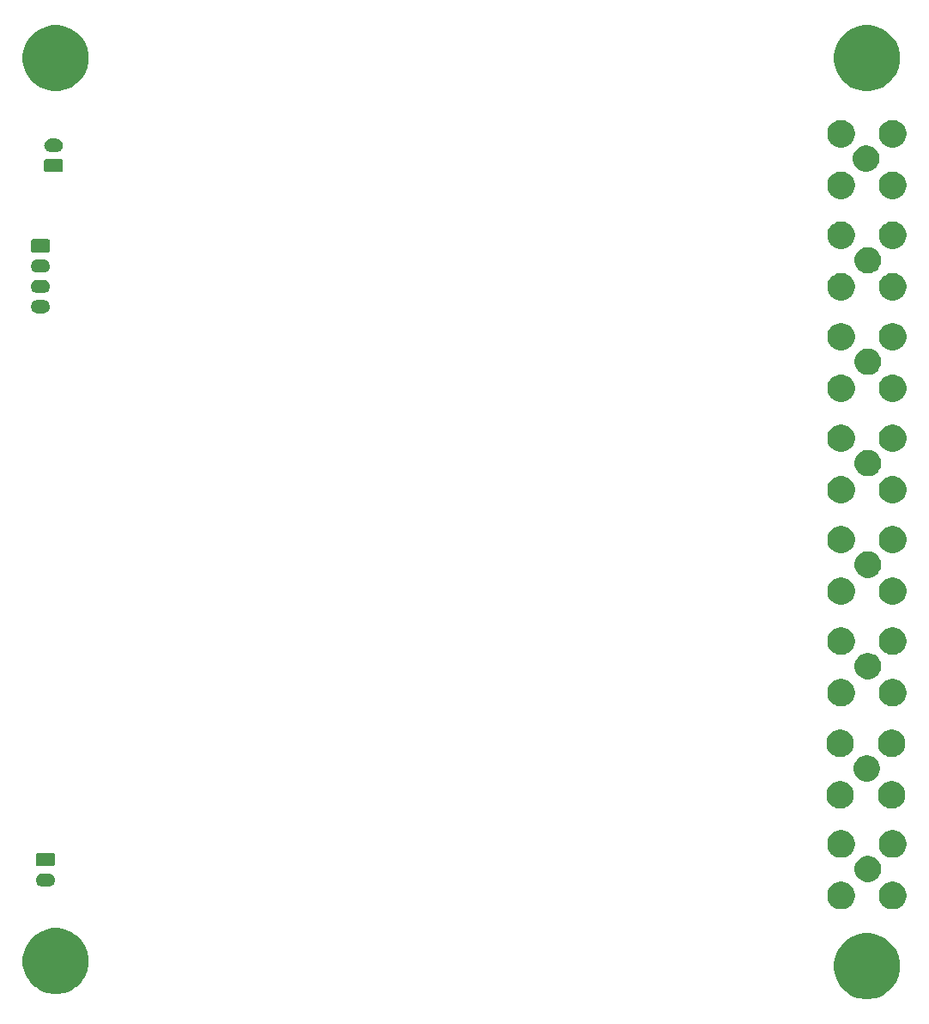
<source format=gbs>
G04 #@! TF.GenerationSoftware,KiCad,Pcbnew,(5.1.5-0)*
G04 #@! TF.CreationDate,2020-03-26T07:19:41-06:00*
G04 #@! TF.ProjectId,8ch_v3,3863685f-7633-42e6-9b69-6361645f7063,rev?*
G04 #@! TF.SameCoordinates,Original*
G04 #@! TF.FileFunction,Soldermask,Bot*
G04 #@! TF.FilePolarity,Negative*
%FSLAX46Y46*%
G04 Gerber Fmt 4.6, Leading zero omitted, Abs format (unit mm)*
G04 Created by KiCad (PCBNEW (5.1.5-0)) date 2020-03-26 07:19:41*
%MOMM*%
%LPD*%
G04 APERTURE LIST*
%ADD10C,0.100000*%
G04 APERTURE END LIST*
D10*
G36*
X225634239Y-126311467D02*
G01*
X225948282Y-126373934D01*
X226539926Y-126619001D01*
X226851758Y-126827361D01*
X227072391Y-126974783D01*
X227525217Y-127427609D01*
X227550490Y-127465433D01*
X227880999Y-127960074D01*
X228126066Y-128551718D01*
X228251000Y-129179804D01*
X228251000Y-129820196D01*
X228126066Y-130448282D01*
X227880999Y-131039926D01*
X227663504Y-131365430D01*
X227556738Y-131525217D01*
X227525216Y-131572392D01*
X227072392Y-132025216D01*
X226539926Y-132380999D01*
X225948282Y-132626066D01*
X225634239Y-132688533D01*
X225320197Y-132751000D01*
X224679803Y-132751000D01*
X224365761Y-132688533D01*
X224051718Y-132626066D01*
X223460074Y-132380999D01*
X222927608Y-132025216D01*
X222474784Y-131572392D01*
X222443263Y-131525217D01*
X222336496Y-131365430D01*
X222119001Y-131039926D01*
X221873934Y-130448282D01*
X221749000Y-129820196D01*
X221749000Y-129179804D01*
X221873934Y-128551718D01*
X222119001Y-127960074D01*
X222449510Y-127465433D01*
X222474783Y-127427609D01*
X222927609Y-126974783D01*
X223148242Y-126827361D01*
X223460074Y-126619001D01*
X224051718Y-126373934D01*
X224365761Y-126311467D01*
X224679803Y-126249000D01*
X225320197Y-126249000D01*
X225634239Y-126311467D01*
G37*
G36*
X145634239Y-125811467D02*
G01*
X145948282Y-125873934D01*
X146539926Y-126119001D01*
X146924927Y-126376251D01*
X147072391Y-126474783D01*
X147525217Y-126927609D01*
X147556738Y-126974784D01*
X147880999Y-127460074D01*
X148126066Y-128051718D01*
X148251000Y-128679804D01*
X148251000Y-129320196D01*
X148126066Y-129948282D01*
X147880999Y-130539926D01*
X147626503Y-130920805D01*
X147525217Y-131072391D01*
X147072391Y-131525217D01*
X146966477Y-131595986D01*
X146539926Y-131880999D01*
X145948282Y-132126066D01*
X145634239Y-132188533D01*
X145320197Y-132251000D01*
X144679803Y-132251000D01*
X144365761Y-132188533D01*
X144051718Y-132126066D01*
X143460074Y-131880999D01*
X143033523Y-131595986D01*
X142927609Y-131525217D01*
X142474783Y-131072391D01*
X142373497Y-130920805D01*
X142119001Y-130539926D01*
X141873934Y-129948282D01*
X141749000Y-129320196D01*
X141749000Y-128679804D01*
X141873934Y-128051718D01*
X142119001Y-127460074D01*
X142443262Y-126974784D01*
X142474783Y-126927609D01*
X142927609Y-126474783D01*
X143075073Y-126376251D01*
X143460074Y-126119001D01*
X144051718Y-125873934D01*
X144365761Y-125811467D01*
X144679803Y-125749000D01*
X145320197Y-125749000D01*
X145634239Y-125811467D01*
G37*
G36*
X227859074Y-121226000D02*
G01*
X227934072Y-121240918D01*
X228179939Y-121342759D01*
X228401212Y-121490610D01*
X228589390Y-121678788D01*
X228737241Y-121900061D01*
X228839082Y-122145928D01*
X228891000Y-122406938D01*
X228891000Y-122673062D01*
X228839082Y-122934072D01*
X228737241Y-123179939D01*
X228589390Y-123401212D01*
X228401212Y-123589390D01*
X228179939Y-123737241D01*
X228179938Y-123737242D01*
X228179937Y-123737242D01*
X227934072Y-123839082D01*
X227673063Y-123891000D01*
X227406937Y-123891000D01*
X227145928Y-123839082D01*
X226900063Y-123737242D01*
X226900062Y-123737242D01*
X226900061Y-123737241D01*
X226678788Y-123589390D01*
X226490610Y-123401212D01*
X226342759Y-123179939D01*
X226240918Y-122934072D01*
X226189000Y-122673062D01*
X226189000Y-122406938D01*
X226240918Y-122145928D01*
X226342759Y-121900061D01*
X226490610Y-121678788D01*
X226678788Y-121490610D01*
X226900061Y-121342759D01*
X227145928Y-121240918D01*
X227220926Y-121226000D01*
X227406937Y-121189000D01*
X227673063Y-121189000D01*
X227859074Y-121226000D01*
G37*
G36*
X222779074Y-121226000D02*
G01*
X222854072Y-121240918D01*
X223099939Y-121342759D01*
X223321212Y-121490610D01*
X223509390Y-121678788D01*
X223657241Y-121900061D01*
X223759082Y-122145928D01*
X223811000Y-122406938D01*
X223811000Y-122673062D01*
X223759082Y-122934072D01*
X223657241Y-123179939D01*
X223509390Y-123401212D01*
X223321212Y-123589390D01*
X223099939Y-123737241D01*
X223099938Y-123737242D01*
X223099937Y-123737242D01*
X222854072Y-123839082D01*
X222593063Y-123891000D01*
X222326937Y-123891000D01*
X222065928Y-123839082D01*
X221820063Y-123737242D01*
X221820062Y-123737242D01*
X221820061Y-123737241D01*
X221598788Y-123589390D01*
X221410610Y-123401212D01*
X221262759Y-123179939D01*
X221160918Y-122934072D01*
X221109000Y-122673062D01*
X221109000Y-122406938D01*
X221160918Y-122145928D01*
X221262759Y-121900061D01*
X221410610Y-121678788D01*
X221598788Y-121490610D01*
X221820061Y-121342759D01*
X222065928Y-121240918D01*
X222140926Y-121226000D01*
X222326937Y-121189000D01*
X222593063Y-121189000D01*
X222779074Y-121226000D01*
G37*
G36*
X144338855Y-120352140D02*
G01*
X144402618Y-120358420D01*
X144493404Y-120385960D01*
X144525336Y-120395646D01*
X144638425Y-120456094D01*
X144737554Y-120537446D01*
X144818906Y-120636575D01*
X144879354Y-120749664D01*
X144879355Y-120749668D01*
X144916580Y-120872382D01*
X144929149Y-121000000D01*
X144916580Y-121127618D01*
X144901902Y-121176004D01*
X144879354Y-121250336D01*
X144818906Y-121363425D01*
X144737554Y-121462554D01*
X144638425Y-121543906D01*
X144525336Y-121604354D01*
X144493404Y-121614040D01*
X144402618Y-121641580D01*
X144338855Y-121647860D01*
X144306974Y-121651000D01*
X143693026Y-121651000D01*
X143661145Y-121647860D01*
X143597382Y-121641580D01*
X143506596Y-121614040D01*
X143474664Y-121604354D01*
X143361575Y-121543906D01*
X143262446Y-121462554D01*
X143181094Y-121363425D01*
X143120646Y-121250336D01*
X143098098Y-121176004D01*
X143083420Y-121127618D01*
X143070851Y-121000000D01*
X143083420Y-120872382D01*
X143120645Y-120749668D01*
X143120646Y-120749664D01*
X143181094Y-120636575D01*
X143262446Y-120537446D01*
X143361575Y-120456094D01*
X143474664Y-120395646D01*
X143506596Y-120385960D01*
X143597382Y-120358420D01*
X143661145Y-120352140D01*
X143693026Y-120349000D01*
X144306974Y-120349000D01*
X144338855Y-120352140D01*
G37*
G36*
X225479487Y-118673996D02*
G01*
X225684902Y-118759082D01*
X225716255Y-118772069D01*
X225774519Y-118811000D01*
X225929339Y-118914447D01*
X226110553Y-119095661D01*
X226252932Y-119308747D01*
X226351004Y-119545513D01*
X226401000Y-119796861D01*
X226401000Y-120053139D01*
X226351004Y-120304487D01*
X226252932Y-120541253D01*
X226252931Y-120541255D01*
X226110553Y-120754339D01*
X225929339Y-120935553D01*
X225716255Y-121077931D01*
X225716254Y-121077932D01*
X225716253Y-121077932D01*
X225479487Y-121176004D01*
X225228139Y-121226000D01*
X224971861Y-121226000D01*
X224720513Y-121176004D01*
X224483747Y-121077932D01*
X224483746Y-121077932D01*
X224483745Y-121077931D01*
X224270661Y-120935553D01*
X224089447Y-120754339D01*
X223947069Y-120541255D01*
X223947068Y-120541253D01*
X223848996Y-120304487D01*
X223799000Y-120053139D01*
X223799000Y-119796861D01*
X223848996Y-119545513D01*
X223947068Y-119308747D01*
X224089447Y-119095661D01*
X224270661Y-118914447D01*
X224425481Y-118811000D01*
X224483745Y-118772069D01*
X224515098Y-118759082D01*
X224720513Y-118673996D01*
X224971861Y-118624000D01*
X225228139Y-118624000D01*
X225479487Y-118673996D01*
G37*
G36*
X144766242Y-118353404D02*
G01*
X144803337Y-118364657D01*
X144837515Y-118382925D01*
X144867481Y-118407519D01*
X144892075Y-118437485D01*
X144910343Y-118471663D01*
X144921596Y-118508758D01*
X144926000Y-118553474D01*
X144926000Y-119446526D01*
X144921596Y-119491242D01*
X144910343Y-119528337D01*
X144892075Y-119562515D01*
X144867481Y-119592481D01*
X144837515Y-119617075D01*
X144803337Y-119635343D01*
X144766242Y-119646596D01*
X144721526Y-119651000D01*
X143278474Y-119651000D01*
X143233758Y-119646596D01*
X143196663Y-119635343D01*
X143162485Y-119617075D01*
X143132519Y-119592481D01*
X143107925Y-119562515D01*
X143089657Y-119528337D01*
X143078404Y-119491242D01*
X143074000Y-119446526D01*
X143074000Y-118553474D01*
X143078404Y-118508758D01*
X143089657Y-118471663D01*
X143107925Y-118437485D01*
X143132519Y-118407519D01*
X143162485Y-118382925D01*
X143196663Y-118364657D01*
X143233758Y-118353404D01*
X143278474Y-118349000D01*
X144721526Y-118349000D01*
X144766242Y-118353404D01*
G37*
G36*
X222854072Y-116160918D02*
G01*
X223099939Y-116262759D01*
X223321212Y-116410610D01*
X223509390Y-116598788D01*
X223657241Y-116820061D01*
X223759082Y-117065928D01*
X223811000Y-117326938D01*
X223811000Y-117593062D01*
X223759082Y-117854072D01*
X223657241Y-118099939D01*
X223509390Y-118321212D01*
X223321212Y-118509390D01*
X223099939Y-118657241D01*
X223099938Y-118657242D01*
X223099937Y-118657242D01*
X222854072Y-118759082D01*
X222593063Y-118811000D01*
X222326937Y-118811000D01*
X222065928Y-118759082D01*
X221820063Y-118657242D01*
X221820062Y-118657242D01*
X221820061Y-118657241D01*
X221598788Y-118509390D01*
X221410610Y-118321212D01*
X221262759Y-118099939D01*
X221160918Y-117854072D01*
X221109000Y-117593062D01*
X221109000Y-117326938D01*
X221160918Y-117065928D01*
X221262759Y-116820061D01*
X221410610Y-116598788D01*
X221598788Y-116410610D01*
X221820061Y-116262759D01*
X222065928Y-116160918D01*
X222326937Y-116109000D01*
X222593063Y-116109000D01*
X222854072Y-116160918D01*
G37*
G36*
X227934072Y-116160918D02*
G01*
X228179939Y-116262759D01*
X228401212Y-116410610D01*
X228589390Y-116598788D01*
X228737241Y-116820061D01*
X228839082Y-117065928D01*
X228891000Y-117326938D01*
X228891000Y-117593062D01*
X228839082Y-117854072D01*
X228737241Y-118099939D01*
X228589390Y-118321212D01*
X228401212Y-118509390D01*
X228179939Y-118657241D01*
X228179938Y-118657242D01*
X228179937Y-118657242D01*
X227934072Y-118759082D01*
X227673063Y-118811000D01*
X227406937Y-118811000D01*
X227145928Y-118759082D01*
X226900063Y-118657242D01*
X226900062Y-118657242D01*
X226900061Y-118657241D01*
X226678788Y-118509390D01*
X226490610Y-118321212D01*
X226342759Y-118099939D01*
X226240918Y-117854072D01*
X226189000Y-117593062D01*
X226189000Y-117326938D01*
X226240918Y-117065928D01*
X226342759Y-116820061D01*
X226490610Y-116598788D01*
X226678788Y-116410610D01*
X226900061Y-116262759D01*
X227145928Y-116160918D01*
X227406937Y-116109000D01*
X227673063Y-116109000D01*
X227934072Y-116160918D01*
G37*
G36*
X227759074Y-111301000D02*
G01*
X227834072Y-111315918D01*
X228079939Y-111417759D01*
X228301212Y-111565610D01*
X228489390Y-111753788D01*
X228637241Y-111975061D01*
X228739082Y-112220928D01*
X228791000Y-112481938D01*
X228791000Y-112748062D01*
X228739082Y-113009072D01*
X228637241Y-113254939D01*
X228489390Y-113476212D01*
X228301212Y-113664390D01*
X228079939Y-113812241D01*
X228079938Y-113812242D01*
X228079937Y-113812242D01*
X227834072Y-113914082D01*
X227573063Y-113966000D01*
X227306937Y-113966000D01*
X227045928Y-113914082D01*
X226800063Y-113812242D01*
X226800062Y-113812242D01*
X226800061Y-113812241D01*
X226578788Y-113664390D01*
X226390610Y-113476212D01*
X226242759Y-113254939D01*
X226140918Y-113009072D01*
X226089000Y-112748062D01*
X226089000Y-112481938D01*
X226140918Y-112220928D01*
X226242759Y-111975061D01*
X226390610Y-111753788D01*
X226578788Y-111565610D01*
X226800061Y-111417759D01*
X227045928Y-111315918D01*
X227120926Y-111301000D01*
X227306937Y-111264000D01*
X227573063Y-111264000D01*
X227759074Y-111301000D01*
G37*
G36*
X222679074Y-111301000D02*
G01*
X222754072Y-111315918D01*
X222999939Y-111417759D01*
X223221212Y-111565610D01*
X223409390Y-111753788D01*
X223557241Y-111975061D01*
X223659082Y-112220928D01*
X223711000Y-112481938D01*
X223711000Y-112748062D01*
X223659082Y-113009072D01*
X223557241Y-113254939D01*
X223409390Y-113476212D01*
X223221212Y-113664390D01*
X222999939Y-113812241D01*
X222999938Y-113812242D01*
X222999937Y-113812242D01*
X222754072Y-113914082D01*
X222493063Y-113966000D01*
X222226937Y-113966000D01*
X221965928Y-113914082D01*
X221720063Y-113812242D01*
X221720062Y-113812242D01*
X221720061Y-113812241D01*
X221498788Y-113664390D01*
X221310610Y-113476212D01*
X221162759Y-113254939D01*
X221060918Y-113009072D01*
X221009000Y-112748062D01*
X221009000Y-112481938D01*
X221060918Y-112220928D01*
X221162759Y-111975061D01*
X221310610Y-111753788D01*
X221498788Y-111565610D01*
X221720061Y-111417759D01*
X221965928Y-111315918D01*
X222040926Y-111301000D01*
X222226937Y-111264000D01*
X222493063Y-111264000D01*
X222679074Y-111301000D01*
G37*
G36*
X225379487Y-108748996D02*
G01*
X225584902Y-108834082D01*
X225616255Y-108847069D01*
X225674519Y-108886000D01*
X225829339Y-108989447D01*
X226010553Y-109170661D01*
X226152932Y-109383747D01*
X226251004Y-109620513D01*
X226301000Y-109871861D01*
X226301000Y-110128139D01*
X226251004Y-110379487D01*
X226152932Y-110616253D01*
X226152931Y-110616255D01*
X226010553Y-110829339D01*
X225829339Y-111010553D01*
X225616255Y-111152931D01*
X225616254Y-111152932D01*
X225616253Y-111152932D01*
X225379487Y-111251004D01*
X225128139Y-111301000D01*
X224871861Y-111301000D01*
X224620513Y-111251004D01*
X224383747Y-111152932D01*
X224383746Y-111152932D01*
X224383745Y-111152931D01*
X224170661Y-111010553D01*
X223989447Y-110829339D01*
X223847069Y-110616255D01*
X223847068Y-110616253D01*
X223748996Y-110379487D01*
X223699000Y-110128139D01*
X223699000Y-109871861D01*
X223748996Y-109620513D01*
X223847068Y-109383747D01*
X223989447Y-109170661D01*
X224170661Y-108989447D01*
X224325481Y-108886000D01*
X224383745Y-108847069D01*
X224415098Y-108834082D01*
X224620513Y-108748996D01*
X224871861Y-108699000D01*
X225128139Y-108699000D01*
X225379487Y-108748996D01*
G37*
G36*
X222754072Y-106235918D02*
G01*
X222999939Y-106337759D01*
X223221212Y-106485610D01*
X223409390Y-106673788D01*
X223557241Y-106895061D01*
X223659082Y-107140928D01*
X223711000Y-107401938D01*
X223711000Y-107668062D01*
X223659082Y-107929072D01*
X223557241Y-108174939D01*
X223409390Y-108396212D01*
X223221212Y-108584390D01*
X222999939Y-108732241D01*
X222999938Y-108732242D01*
X222999937Y-108732242D01*
X222754072Y-108834082D01*
X222493063Y-108886000D01*
X222226937Y-108886000D01*
X221965928Y-108834082D01*
X221720063Y-108732242D01*
X221720062Y-108732242D01*
X221720061Y-108732241D01*
X221498788Y-108584390D01*
X221310610Y-108396212D01*
X221162759Y-108174939D01*
X221060918Y-107929072D01*
X221009000Y-107668062D01*
X221009000Y-107401938D01*
X221060918Y-107140928D01*
X221162759Y-106895061D01*
X221310610Y-106673788D01*
X221498788Y-106485610D01*
X221720061Y-106337759D01*
X221965928Y-106235918D01*
X222226937Y-106184000D01*
X222493063Y-106184000D01*
X222754072Y-106235918D01*
G37*
G36*
X227834072Y-106235918D02*
G01*
X228079939Y-106337759D01*
X228301212Y-106485610D01*
X228489390Y-106673788D01*
X228637241Y-106895061D01*
X228739082Y-107140928D01*
X228791000Y-107401938D01*
X228791000Y-107668062D01*
X228739082Y-107929072D01*
X228637241Y-108174939D01*
X228489390Y-108396212D01*
X228301212Y-108584390D01*
X228079939Y-108732241D01*
X228079938Y-108732242D01*
X228079937Y-108732242D01*
X227834072Y-108834082D01*
X227573063Y-108886000D01*
X227306937Y-108886000D01*
X227045928Y-108834082D01*
X226800063Y-108732242D01*
X226800062Y-108732242D01*
X226800061Y-108732241D01*
X226578788Y-108584390D01*
X226390610Y-108396212D01*
X226242759Y-108174939D01*
X226140918Y-107929072D01*
X226089000Y-107668062D01*
X226089000Y-107401938D01*
X226140918Y-107140928D01*
X226242759Y-106895061D01*
X226390610Y-106673788D01*
X226578788Y-106485610D01*
X226800061Y-106337759D01*
X227045928Y-106235918D01*
X227306937Y-106184000D01*
X227573063Y-106184000D01*
X227834072Y-106235918D01*
G37*
G36*
X222779074Y-101226000D02*
G01*
X222854072Y-101240918D01*
X223099939Y-101342759D01*
X223321212Y-101490610D01*
X223509390Y-101678788D01*
X223657241Y-101900061D01*
X223759082Y-102145928D01*
X223811000Y-102406938D01*
X223811000Y-102673062D01*
X223759082Y-102934072D01*
X223657241Y-103179939D01*
X223509390Y-103401212D01*
X223321212Y-103589390D01*
X223099939Y-103737241D01*
X223099938Y-103737242D01*
X223099937Y-103737242D01*
X222854072Y-103839082D01*
X222593063Y-103891000D01*
X222326937Y-103891000D01*
X222065928Y-103839082D01*
X221820063Y-103737242D01*
X221820062Y-103737242D01*
X221820061Y-103737241D01*
X221598788Y-103589390D01*
X221410610Y-103401212D01*
X221262759Y-103179939D01*
X221160918Y-102934072D01*
X221109000Y-102673062D01*
X221109000Y-102406938D01*
X221160918Y-102145928D01*
X221262759Y-101900061D01*
X221410610Y-101678788D01*
X221598788Y-101490610D01*
X221820061Y-101342759D01*
X222065928Y-101240918D01*
X222140926Y-101226000D01*
X222326937Y-101189000D01*
X222593063Y-101189000D01*
X222779074Y-101226000D01*
G37*
G36*
X227859074Y-101226000D02*
G01*
X227934072Y-101240918D01*
X228179939Y-101342759D01*
X228401212Y-101490610D01*
X228589390Y-101678788D01*
X228737241Y-101900061D01*
X228839082Y-102145928D01*
X228891000Y-102406938D01*
X228891000Y-102673062D01*
X228839082Y-102934072D01*
X228737241Y-103179939D01*
X228589390Y-103401212D01*
X228401212Y-103589390D01*
X228179939Y-103737241D01*
X228179938Y-103737242D01*
X228179937Y-103737242D01*
X227934072Y-103839082D01*
X227673063Y-103891000D01*
X227406937Y-103891000D01*
X227145928Y-103839082D01*
X226900063Y-103737242D01*
X226900062Y-103737242D01*
X226900061Y-103737241D01*
X226678788Y-103589390D01*
X226490610Y-103401212D01*
X226342759Y-103179939D01*
X226240918Y-102934072D01*
X226189000Y-102673062D01*
X226189000Y-102406938D01*
X226240918Y-102145928D01*
X226342759Y-101900061D01*
X226490610Y-101678788D01*
X226678788Y-101490610D01*
X226900061Y-101342759D01*
X227145928Y-101240918D01*
X227220926Y-101226000D01*
X227406937Y-101189000D01*
X227673063Y-101189000D01*
X227859074Y-101226000D01*
G37*
G36*
X225479487Y-98673996D02*
G01*
X225684902Y-98759082D01*
X225716255Y-98772069D01*
X225774519Y-98811000D01*
X225929339Y-98914447D01*
X226110553Y-99095661D01*
X226252932Y-99308747D01*
X226351004Y-99545513D01*
X226401000Y-99796861D01*
X226401000Y-100053139D01*
X226351004Y-100304487D01*
X226252932Y-100541253D01*
X226252931Y-100541255D01*
X226110553Y-100754339D01*
X225929339Y-100935553D01*
X225716255Y-101077931D01*
X225716254Y-101077932D01*
X225716253Y-101077932D01*
X225479487Y-101176004D01*
X225228139Y-101226000D01*
X224971861Y-101226000D01*
X224720513Y-101176004D01*
X224483747Y-101077932D01*
X224483746Y-101077932D01*
X224483745Y-101077931D01*
X224270661Y-100935553D01*
X224089447Y-100754339D01*
X223947069Y-100541255D01*
X223947068Y-100541253D01*
X223848996Y-100304487D01*
X223799000Y-100053139D01*
X223799000Y-99796861D01*
X223848996Y-99545513D01*
X223947068Y-99308747D01*
X224089447Y-99095661D01*
X224270661Y-98914447D01*
X224425481Y-98811000D01*
X224483745Y-98772069D01*
X224515098Y-98759082D01*
X224720513Y-98673996D01*
X224971861Y-98624000D01*
X225228139Y-98624000D01*
X225479487Y-98673996D01*
G37*
G36*
X227934072Y-96160918D02*
G01*
X228179939Y-96262759D01*
X228401212Y-96410610D01*
X228589390Y-96598788D01*
X228737241Y-96820061D01*
X228839082Y-97065928D01*
X228891000Y-97326938D01*
X228891000Y-97593062D01*
X228839082Y-97854072D01*
X228737241Y-98099939D01*
X228589390Y-98321212D01*
X228401212Y-98509390D01*
X228179939Y-98657241D01*
X228179938Y-98657242D01*
X228179937Y-98657242D01*
X227934072Y-98759082D01*
X227673063Y-98811000D01*
X227406937Y-98811000D01*
X227145928Y-98759082D01*
X226900063Y-98657242D01*
X226900062Y-98657242D01*
X226900061Y-98657241D01*
X226678788Y-98509390D01*
X226490610Y-98321212D01*
X226342759Y-98099939D01*
X226240918Y-97854072D01*
X226189000Y-97593062D01*
X226189000Y-97326938D01*
X226240918Y-97065928D01*
X226342759Y-96820061D01*
X226490610Y-96598788D01*
X226678788Y-96410610D01*
X226900061Y-96262759D01*
X227145928Y-96160918D01*
X227406937Y-96109000D01*
X227673063Y-96109000D01*
X227934072Y-96160918D01*
G37*
G36*
X222854072Y-96160918D02*
G01*
X223099939Y-96262759D01*
X223321212Y-96410610D01*
X223509390Y-96598788D01*
X223657241Y-96820061D01*
X223759082Y-97065928D01*
X223811000Y-97326938D01*
X223811000Y-97593062D01*
X223759082Y-97854072D01*
X223657241Y-98099939D01*
X223509390Y-98321212D01*
X223321212Y-98509390D01*
X223099939Y-98657241D01*
X223099938Y-98657242D01*
X223099937Y-98657242D01*
X222854072Y-98759082D01*
X222593063Y-98811000D01*
X222326937Y-98811000D01*
X222065928Y-98759082D01*
X221820063Y-98657242D01*
X221820062Y-98657242D01*
X221820061Y-98657241D01*
X221598788Y-98509390D01*
X221410610Y-98321212D01*
X221262759Y-98099939D01*
X221160918Y-97854072D01*
X221109000Y-97593062D01*
X221109000Y-97326938D01*
X221160918Y-97065928D01*
X221262759Y-96820061D01*
X221410610Y-96598788D01*
X221598788Y-96410610D01*
X221820061Y-96262759D01*
X222065928Y-96160918D01*
X222326937Y-96109000D01*
X222593063Y-96109000D01*
X222854072Y-96160918D01*
G37*
G36*
X227859074Y-91226000D02*
G01*
X227934072Y-91240918D01*
X228179939Y-91342759D01*
X228401212Y-91490610D01*
X228589390Y-91678788D01*
X228737241Y-91900061D01*
X228839082Y-92145928D01*
X228891000Y-92406938D01*
X228891000Y-92673062D01*
X228839082Y-92934072D01*
X228737241Y-93179939D01*
X228589390Y-93401212D01*
X228401212Y-93589390D01*
X228179939Y-93737241D01*
X228179938Y-93737242D01*
X228179937Y-93737242D01*
X227934072Y-93839082D01*
X227673063Y-93891000D01*
X227406937Y-93891000D01*
X227145928Y-93839082D01*
X226900063Y-93737242D01*
X226900062Y-93737242D01*
X226900061Y-93737241D01*
X226678788Y-93589390D01*
X226490610Y-93401212D01*
X226342759Y-93179939D01*
X226240918Y-92934072D01*
X226189000Y-92673062D01*
X226189000Y-92406938D01*
X226240918Y-92145928D01*
X226342759Y-91900061D01*
X226490610Y-91678788D01*
X226678788Y-91490610D01*
X226900061Y-91342759D01*
X227145928Y-91240918D01*
X227220926Y-91226000D01*
X227406937Y-91189000D01*
X227673063Y-91189000D01*
X227859074Y-91226000D01*
G37*
G36*
X222779074Y-91226000D02*
G01*
X222854072Y-91240918D01*
X223099939Y-91342759D01*
X223321212Y-91490610D01*
X223509390Y-91678788D01*
X223657241Y-91900061D01*
X223759082Y-92145928D01*
X223811000Y-92406938D01*
X223811000Y-92673062D01*
X223759082Y-92934072D01*
X223657241Y-93179939D01*
X223509390Y-93401212D01*
X223321212Y-93589390D01*
X223099939Y-93737241D01*
X223099938Y-93737242D01*
X223099937Y-93737242D01*
X222854072Y-93839082D01*
X222593063Y-93891000D01*
X222326937Y-93891000D01*
X222065928Y-93839082D01*
X221820063Y-93737242D01*
X221820062Y-93737242D01*
X221820061Y-93737241D01*
X221598788Y-93589390D01*
X221410610Y-93401212D01*
X221262759Y-93179939D01*
X221160918Y-92934072D01*
X221109000Y-92673062D01*
X221109000Y-92406938D01*
X221160918Y-92145928D01*
X221262759Y-91900061D01*
X221410610Y-91678788D01*
X221598788Y-91490610D01*
X221820061Y-91342759D01*
X222065928Y-91240918D01*
X222140926Y-91226000D01*
X222326937Y-91189000D01*
X222593063Y-91189000D01*
X222779074Y-91226000D01*
G37*
G36*
X225479487Y-88673996D02*
G01*
X225684902Y-88759082D01*
X225716255Y-88772069D01*
X225774519Y-88811000D01*
X225929339Y-88914447D01*
X226110553Y-89095661D01*
X226252932Y-89308747D01*
X226351004Y-89545513D01*
X226401000Y-89796861D01*
X226401000Y-90053139D01*
X226351004Y-90304487D01*
X226252932Y-90541253D01*
X226252931Y-90541255D01*
X226110553Y-90754339D01*
X225929339Y-90935553D01*
X225716255Y-91077931D01*
X225716254Y-91077932D01*
X225716253Y-91077932D01*
X225479487Y-91176004D01*
X225228139Y-91226000D01*
X224971861Y-91226000D01*
X224720513Y-91176004D01*
X224483747Y-91077932D01*
X224483746Y-91077932D01*
X224483745Y-91077931D01*
X224270661Y-90935553D01*
X224089447Y-90754339D01*
X223947069Y-90541255D01*
X223947068Y-90541253D01*
X223848996Y-90304487D01*
X223799000Y-90053139D01*
X223799000Y-89796861D01*
X223848996Y-89545513D01*
X223947068Y-89308747D01*
X224089447Y-89095661D01*
X224270661Y-88914447D01*
X224425481Y-88811000D01*
X224483745Y-88772069D01*
X224515098Y-88759082D01*
X224720513Y-88673996D01*
X224971861Y-88624000D01*
X225228139Y-88624000D01*
X225479487Y-88673996D01*
G37*
G36*
X222854072Y-86160918D02*
G01*
X223099939Y-86262759D01*
X223321212Y-86410610D01*
X223509390Y-86598788D01*
X223657241Y-86820061D01*
X223759082Y-87065928D01*
X223811000Y-87326938D01*
X223811000Y-87593062D01*
X223759082Y-87854072D01*
X223657241Y-88099939D01*
X223509390Y-88321212D01*
X223321212Y-88509390D01*
X223099939Y-88657241D01*
X223099938Y-88657242D01*
X223099937Y-88657242D01*
X222854072Y-88759082D01*
X222593063Y-88811000D01*
X222326937Y-88811000D01*
X222065928Y-88759082D01*
X221820063Y-88657242D01*
X221820062Y-88657242D01*
X221820061Y-88657241D01*
X221598788Y-88509390D01*
X221410610Y-88321212D01*
X221262759Y-88099939D01*
X221160918Y-87854072D01*
X221109000Y-87593062D01*
X221109000Y-87326938D01*
X221160918Y-87065928D01*
X221262759Y-86820061D01*
X221410610Y-86598788D01*
X221598788Y-86410610D01*
X221820061Y-86262759D01*
X222065928Y-86160918D01*
X222326937Y-86109000D01*
X222593063Y-86109000D01*
X222854072Y-86160918D01*
G37*
G36*
X227934072Y-86160918D02*
G01*
X228179939Y-86262759D01*
X228401212Y-86410610D01*
X228589390Y-86598788D01*
X228737241Y-86820061D01*
X228839082Y-87065928D01*
X228891000Y-87326938D01*
X228891000Y-87593062D01*
X228839082Y-87854072D01*
X228737241Y-88099939D01*
X228589390Y-88321212D01*
X228401212Y-88509390D01*
X228179939Y-88657241D01*
X228179938Y-88657242D01*
X228179937Y-88657242D01*
X227934072Y-88759082D01*
X227673063Y-88811000D01*
X227406937Y-88811000D01*
X227145928Y-88759082D01*
X226900063Y-88657242D01*
X226900062Y-88657242D01*
X226900061Y-88657241D01*
X226678788Y-88509390D01*
X226490610Y-88321212D01*
X226342759Y-88099939D01*
X226240918Y-87854072D01*
X226189000Y-87593062D01*
X226189000Y-87326938D01*
X226240918Y-87065928D01*
X226342759Y-86820061D01*
X226490610Y-86598788D01*
X226678788Y-86410610D01*
X226900061Y-86262759D01*
X227145928Y-86160918D01*
X227406937Y-86109000D01*
X227673063Y-86109000D01*
X227934072Y-86160918D01*
G37*
G36*
X222779074Y-81226000D02*
G01*
X222854072Y-81240918D01*
X223099939Y-81342759D01*
X223321212Y-81490610D01*
X223509390Y-81678788D01*
X223657241Y-81900061D01*
X223759082Y-82145928D01*
X223811000Y-82406938D01*
X223811000Y-82673062D01*
X223759082Y-82934072D01*
X223657241Y-83179939D01*
X223509390Y-83401212D01*
X223321212Y-83589390D01*
X223099939Y-83737241D01*
X223099938Y-83737242D01*
X223099937Y-83737242D01*
X222854072Y-83839082D01*
X222593063Y-83891000D01*
X222326937Y-83891000D01*
X222065928Y-83839082D01*
X221820063Y-83737242D01*
X221820062Y-83737242D01*
X221820061Y-83737241D01*
X221598788Y-83589390D01*
X221410610Y-83401212D01*
X221262759Y-83179939D01*
X221160918Y-82934072D01*
X221109000Y-82673062D01*
X221109000Y-82406938D01*
X221160918Y-82145928D01*
X221262759Y-81900061D01*
X221410610Y-81678788D01*
X221598788Y-81490610D01*
X221820061Y-81342759D01*
X222065928Y-81240918D01*
X222140926Y-81226000D01*
X222326937Y-81189000D01*
X222593063Y-81189000D01*
X222779074Y-81226000D01*
G37*
G36*
X227859074Y-81226000D02*
G01*
X227934072Y-81240918D01*
X228179939Y-81342759D01*
X228401212Y-81490610D01*
X228589390Y-81678788D01*
X228737241Y-81900061D01*
X228839082Y-82145928D01*
X228891000Y-82406938D01*
X228891000Y-82673062D01*
X228839082Y-82934072D01*
X228737241Y-83179939D01*
X228589390Y-83401212D01*
X228401212Y-83589390D01*
X228179939Y-83737241D01*
X228179938Y-83737242D01*
X228179937Y-83737242D01*
X227934072Y-83839082D01*
X227673063Y-83891000D01*
X227406937Y-83891000D01*
X227145928Y-83839082D01*
X226900063Y-83737242D01*
X226900062Y-83737242D01*
X226900061Y-83737241D01*
X226678788Y-83589390D01*
X226490610Y-83401212D01*
X226342759Y-83179939D01*
X226240918Y-82934072D01*
X226189000Y-82673062D01*
X226189000Y-82406938D01*
X226240918Y-82145928D01*
X226342759Y-81900061D01*
X226490610Y-81678788D01*
X226678788Y-81490610D01*
X226900061Y-81342759D01*
X227145928Y-81240918D01*
X227220926Y-81226000D01*
X227406937Y-81189000D01*
X227673063Y-81189000D01*
X227859074Y-81226000D01*
G37*
G36*
X225479487Y-78673996D02*
G01*
X225684902Y-78759082D01*
X225716255Y-78772069D01*
X225774519Y-78811000D01*
X225929339Y-78914447D01*
X226110553Y-79095661D01*
X226252932Y-79308747D01*
X226351004Y-79545513D01*
X226401000Y-79796861D01*
X226401000Y-80053139D01*
X226351004Y-80304487D01*
X226252932Y-80541253D01*
X226252931Y-80541255D01*
X226110553Y-80754339D01*
X225929339Y-80935553D01*
X225716255Y-81077931D01*
X225716254Y-81077932D01*
X225716253Y-81077932D01*
X225479487Y-81176004D01*
X225228139Y-81226000D01*
X224971861Y-81226000D01*
X224720513Y-81176004D01*
X224483747Y-81077932D01*
X224483746Y-81077932D01*
X224483745Y-81077931D01*
X224270661Y-80935553D01*
X224089447Y-80754339D01*
X223947069Y-80541255D01*
X223947068Y-80541253D01*
X223848996Y-80304487D01*
X223799000Y-80053139D01*
X223799000Y-79796861D01*
X223848996Y-79545513D01*
X223947068Y-79308747D01*
X224089447Y-79095661D01*
X224270661Y-78914447D01*
X224425481Y-78811000D01*
X224483745Y-78772069D01*
X224515098Y-78759082D01*
X224720513Y-78673996D01*
X224971861Y-78624000D01*
X225228139Y-78624000D01*
X225479487Y-78673996D01*
G37*
G36*
X227934072Y-76160918D02*
G01*
X228179939Y-76262759D01*
X228401212Y-76410610D01*
X228589390Y-76598788D01*
X228737241Y-76820061D01*
X228839082Y-77065928D01*
X228891000Y-77326938D01*
X228891000Y-77593062D01*
X228839082Y-77854072D01*
X228737241Y-78099939D01*
X228589390Y-78321212D01*
X228401212Y-78509390D01*
X228179939Y-78657241D01*
X228179938Y-78657242D01*
X228179937Y-78657242D01*
X227934072Y-78759082D01*
X227673063Y-78811000D01*
X227406937Y-78811000D01*
X227145928Y-78759082D01*
X226900063Y-78657242D01*
X226900062Y-78657242D01*
X226900061Y-78657241D01*
X226678788Y-78509390D01*
X226490610Y-78321212D01*
X226342759Y-78099939D01*
X226240918Y-77854072D01*
X226189000Y-77593062D01*
X226189000Y-77326938D01*
X226240918Y-77065928D01*
X226342759Y-76820061D01*
X226490610Y-76598788D01*
X226678788Y-76410610D01*
X226900061Y-76262759D01*
X227145928Y-76160918D01*
X227406937Y-76109000D01*
X227673063Y-76109000D01*
X227934072Y-76160918D01*
G37*
G36*
X222854072Y-76160918D02*
G01*
X223099939Y-76262759D01*
X223321212Y-76410610D01*
X223509390Y-76598788D01*
X223657241Y-76820061D01*
X223759082Y-77065928D01*
X223811000Y-77326938D01*
X223811000Y-77593062D01*
X223759082Y-77854072D01*
X223657241Y-78099939D01*
X223509390Y-78321212D01*
X223321212Y-78509390D01*
X223099939Y-78657241D01*
X223099938Y-78657242D01*
X223099937Y-78657242D01*
X222854072Y-78759082D01*
X222593063Y-78811000D01*
X222326937Y-78811000D01*
X222065928Y-78759082D01*
X221820063Y-78657242D01*
X221820062Y-78657242D01*
X221820061Y-78657241D01*
X221598788Y-78509390D01*
X221410610Y-78321212D01*
X221262759Y-78099939D01*
X221160918Y-77854072D01*
X221109000Y-77593062D01*
X221109000Y-77326938D01*
X221160918Y-77065928D01*
X221262759Y-76820061D01*
X221410610Y-76598788D01*
X221598788Y-76410610D01*
X221820061Y-76262759D01*
X222065928Y-76160918D01*
X222326937Y-76109000D01*
X222593063Y-76109000D01*
X222854072Y-76160918D01*
G37*
G36*
X222779074Y-71226000D02*
G01*
X222854072Y-71240918D01*
X223099939Y-71342759D01*
X223321212Y-71490610D01*
X223509390Y-71678788D01*
X223657241Y-71900061D01*
X223759082Y-72145928D01*
X223811000Y-72406938D01*
X223811000Y-72673062D01*
X223759082Y-72934072D01*
X223657241Y-73179939D01*
X223509390Y-73401212D01*
X223321212Y-73589390D01*
X223099939Y-73737241D01*
X223099938Y-73737242D01*
X223099937Y-73737242D01*
X222854072Y-73839082D01*
X222593063Y-73891000D01*
X222326937Y-73891000D01*
X222065928Y-73839082D01*
X221820063Y-73737242D01*
X221820062Y-73737242D01*
X221820061Y-73737241D01*
X221598788Y-73589390D01*
X221410610Y-73401212D01*
X221262759Y-73179939D01*
X221160918Y-72934072D01*
X221109000Y-72673062D01*
X221109000Y-72406938D01*
X221160918Y-72145928D01*
X221262759Y-71900061D01*
X221410610Y-71678788D01*
X221598788Y-71490610D01*
X221820061Y-71342759D01*
X222065928Y-71240918D01*
X222140926Y-71226000D01*
X222326937Y-71189000D01*
X222593063Y-71189000D01*
X222779074Y-71226000D01*
G37*
G36*
X227859074Y-71226000D02*
G01*
X227934072Y-71240918D01*
X228179939Y-71342759D01*
X228401212Y-71490610D01*
X228589390Y-71678788D01*
X228737241Y-71900061D01*
X228839082Y-72145928D01*
X228891000Y-72406938D01*
X228891000Y-72673062D01*
X228839082Y-72934072D01*
X228737241Y-73179939D01*
X228589390Y-73401212D01*
X228401212Y-73589390D01*
X228179939Y-73737241D01*
X228179938Y-73737242D01*
X228179937Y-73737242D01*
X227934072Y-73839082D01*
X227673063Y-73891000D01*
X227406937Y-73891000D01*
X227145928Y-73839082D01*
X226900063Y-73737242D01*
X226900062Y-73737242D01*
X226900061Y-73737241D01*
X226678788Y-73589390D01*
X226490610Y-73401212D01*
X226342759Y-73179939D01*
X226240918Y-72934072D01*
X226189000Y-72673062D01*
X226189000Y-72406938D01*
X226240918Y-72145928D01*
X226342759Y-71900061D01*
X226490610Y-71678788D01*
X226678788Y-71490610D01*
X226900061Y-71342759D01*
X227145928Y-71240918D01*
X227220926Y-71226000D01*
X227406937Y-71189000D01*
X227673063Y-71189000D01*
X227859074Y-71226000D01*
G37*
G36*
X225479487Y-68673996D02*
G01*
X225684902Y-68759082D01*
X225716255Y-68772069D01*
X225774519Y-68811000D01*
X225929339Y-68914447D01*
X226110553Y-69095661D01*
X226252932Y-69308747D01*
X226351004Y-69545513D01*
X226401000Y-69796861D01*
X226401000Y-70053139D01*
X226351004Y-70304487D01*
X226252932Y-70541253D01*
X226252931Y-70541255D01*
X226110553Y-70754339D01*
X225929339Y-70935553D01*
X225716255Y-71077931D01*
X225716254Y-71077932D01*
X225716253Y-71077932D01*
X225479487Y-71176004D01*
X225228139Y-71226000D01*
X224971861Y-71226000D01*
X224720513Y-71176004D01*
X224483747Y-71077932D01*
X224483746Y-71077932D01*
X224483745Y-71077931D01*
X224270661Y-70935553D01*
X224089447Y-70754339D01*
X223947069Y-70541255D01*
X223947068Y-70541253D01*
X223848996Y-70304487D01*
X223799000Y-70053139D01*
X223799000Y-69796861D01*
X223848996Y-69545513D01*
X223947068Y-69308747D01*
X224089447Y-69095661D01*
X224270661Y-68914447D01*
X224425481Y-68811000D01*
X224483745Y-68772069D01*
X224515098Y-68759082D01*
X224720513Y-68673996D01*
X224971861Y-68624000D01*
X225228139Y-68624000D01*
X225479487Y-68673996D01*
G37*
G36*
X222854072Y-66160918D02*
G01*
X223099939Y-66262759D01*
X223321212Y-66410610D01*
X223509390Y-66598788D01*
X223657241Y-66820061D01*
X223759082Y-67065928D01*
X223811000Y-67326938D01*
X223811000Y-67593062D01*
X223759082Y-67854072D01*
X223657241Y-68099939D01*
X223509390Y-68321212D01*
X223321212Y-68509390D01*
X223099939Y-68657241D01*
X223099938Y-68657242D01*
X223099937Y-68657242D01*
X222854072Y-68759082D01*
X222593063Y-68811000D01*
X222326937Y-68811000D01*
X222065928Y-68759082D01*
X221820063Y-68657242D01*
X221820062Y-68657242D01*
X221820061Y-68657241D01*
X221598788Y-68509390D01*
X221410610Y-68321212D01*
X221262759Y-68099939D01*
X221160918Y-67854072D01*
X221109000Y-67593062D01*
X221109000Y-67326938D01*
X221160918Y-67065928D01*
X221262759Y-66820061D01*
X221410610Y-66598788D01*
X221598788Y-66410610D01*
X221820061Y-66262759D01*
X222065928Y-66160918D01*
X222326937Y-66109000D01*
X222593063Y-66109000D01*
X222854072Y-66160918D01*
G37*
G36*
X227934072Y-66160918D02*
G01*
X228179939Y-66262759D01*
X228401212Y-66410610D01*
X228589390Y-66598788D01*
X228737241Y-66820061D01*
X228839082Y-67065928D01*
X228891000Y-67326938D01*
X228891000Y-67593062D01*
X228839082Y-67854072D01*
X228737241Y-68099939D01*
X228589390Y-68321212D01*
X228401212Y-68509390D01*
X228179939Y-68657241D01*
X228179938Y-68657242D01*
X228179937Y-68657242D01*
X227934072Y-68759082D01*
X227673063Y-68811000D01*
X227406937Y-68811000D01*
X227145928Y-68759082D01*
X226900063Y-68657242D01*
X226900062Y-68657242D01*
X226900061Y-68657241D01*
X226678788Y-68509390D01*
X226490610Y-68321212D01*
X226342759Y-68099939D01*
X226240918Y-67854072D01*
X226189000Y-67593062D01*
X226189000Y-67326938D01*
X226240918Y-67065928D01*
X226342759Y-66820061D01*
X226490610Y-66598788D01*
X226678788Y-66410610D01*
X226900061Y-66262759D01*
X227145928Y-66160918D01*
X227406937Y-66109000D01*
X227673063Y-66109000D01*
X227934072Y-66160918D01*
G37*
G36*
X143838855Y-63852140D02*
G01*
X143902618Y-63858420D01*
X143993404Y-63885960D01*
X144025336Y-63895646D01*
X144138425Y-63956094D01*
X144237554Y-64037446D01*
X144318906Y-64136575D01*
X144379354Y-64249664D01*
X144379355Y-64249668D01*
X144416580Y-64372382D01*
X144429149Y-64500000D01*
X144416580Y-64627618D01*
X144389040Y-64718404D01*
X144379354Y-64750336D01*
X144318906Y-64863425D01*
X144237554Y-64962554D01*
X144138425Y-65043906D01*
X144025336Y-65104354D01*
X143993404Y-65114040D01*
X143902618Y-65141580D01*
X143838855Y-65147860D01*
X143806974Y-65151000D01*
X143193026Y-65151000D01*
X143161145Y-65147860D01*
X143097382Y-65141580D01*
X143006596Y-65114040D01*
X142974664Y-65104354D01*
X142861575Y-65043906D01*
X142762446Y-64962554D01*
X142681094Y-64863425D01*
X142620646Y-64750336D01*
X142610960Y-64718404D01*
X142583420Y-64627618D01*
X142570851Y-64500000D01*
X142583420Y-64372382D01*
X142620645Y-64249668D01*
X142620646Y-64249664D01*
X142681094Y-64136575D01*
X142762446Y-64037446D01*
X142861575Y-63956094D01*
X142974664Y-63895646D01*
X143006596Y-63885960D01*
X143097382Y-63858420D01*
X143161145Y-63852140D01*
X143193026Y-63849000D01*
X143806974Y-63849000D01*
X143838855Y-63852140D01*
G37*
G36*
X227859074Y-61226000D02*
G01*
X227934072Y-61240918D01*
X228179939Y-61342759D01*
X228291328Y-61417187D01*
X228401211Y-61490609D01*
X228589391Y-61678789D01*
X228737242Y-61900063D01*
X228839082Y-62145928D01*
X228891000Y-62406937D01*
X228891000Y-62673063D01*
X228839082Y-62934072D01*
X228793588Y-63043906D01*
X228737241Y-63179939D01*
X228589390Y-63401212D01*
X228401212Y-63589390D01*
X228179939Y-63737241D01*
X228179938Y-63737242D01*
X228179937Y-63737242D01*
X227934072Y-63839082D01*
X227673063Y-63891000D01*
X227406937Y-63891000D01*
X227145928Y-63839082D01*
X226900063Y-63737242D01*
X226900062Y-63737242D01*
X226900061Y-63737241D01*
X226678788Y-63589390D01*
X226490610Y-63401212D01*
X226342759Y-63179939D01*
X226286413Y-63043906D01*
X226240918Y-62934072D01*
X226189000Y-62673063D01*
X226189000Y-62406937D01*
X226240918Y-62145928D01*
X226342758Y-61900063D01*
X226490609Y-61678789D01*
X226678789Y-61490609D01*
X226788672Y-61417187D01*
X226900061Y-61342759D01*
X227145928Y-61240918D01*
X227220926Y-61226000D01*
X227406937Y-61189000D01*
X227673063Y-61189000D01*
X227859074Y-61226000D01*
G37*
G36*
X222779074Y-61226000D02*
G01*
X222854072Y-61240918D01*
X223099939Y-61342759D01*
X223211328Y-61417187D01*
X223321211Y-61490609D01*
X223509391Y-61678789D01*
X223657242Y-61900063D01*
X223759082Y-62145928D01*
X223811000Y-62406937D01*
X223811000Y-62673063D01*
X223759082Y-62934072D01*
X223713588Y-63043906D01*
X223657241Y-63179939D01*
X223509390Y-63401212D01*
X223321212Y-63589390D01*
X223099939Y-63737241D01*
X223099938Y-63737242D01*
X223099937Y-63737242D01*
X222854072Y-63839082D01*
X222593063Y-63891000D01*
X222326937Y-63891000D01*
X222065928Y-63839082D01*
X221820063Y-63737242D01*
X221820062Y-63737242D01*
X221820061Y-63737241D01*
X221598788Y-63589390D01*
X221410610Y-63401212D01*
X221262759Y-63179939D01*
X221206413Y-63043906D01*
X221160918Y-62934072D01*
X221109000Y-62673063D01*
X221109000Y-62406937D01*
X221160918Y-62145928D01*
X221262758Y-61900063D01*
X221410609Y-61678789D01*
X221598789Y-61490609D01*
X221708672Y-61417187D01*
X221820061Y-61342759D01*
X222065928Y-61240918D01*
X222140926Y-61226000D01*
X222326937Y-61189000D01*
X222593063Y-61189000D01*
X222779074Y-61226000D01*
G37*
G36*
X143838855Y-61852140D02*
G01*
X143902618Y-61858420D01*
X143993404Y-61885960D01*
X144025336Y-61895646D01*
X144138425Y-61956094D01*
X144237554Y-62037446D01*
X144318906Y-62136575D01*
X144379354Y-62249664D01*
X144379355Y-62249668D01*
X144416580Y-62372382D01*
X144429149Y-62500000D01*
X144416580Y-62627618D01*
X144402794Y-62673063D01*
X144379354Y-62750336D01*
X144318906Y-62863425D01*
X144237554Y-62962554D01*
X144138425Y-63043906D01*
X144025336Y-63104354D01*
X143993404Y-63114040D01*
X143902618Y-63141580D01*
X143838855Y-63147860D01*
X143806974Y-63151000D01*
X143193026Y-63151000D01*
X143161145Y-63147860D01*
X143097382Y-63141580D01*
X143006596Y-63114040D01*
X142974664Y-63104354D01*
X142861575Y-63043906D01*
X142762446Y-62962554D01*
X142681094Y-62863425D01*
X142620646Y-62750336D01*
X142597206Y-62673063D01*
X142583420Y-62627618D01*
X142570851Y-62500000D01*
X142583420Y-62372382D01*
X142620645Y-62249668D01*
X142620646Y-62249664D01*
X142681094Y-62136575D01*
X142762446Y-62037446D01*
X142861575Y-61956094D01*
X142974664Y-61895646D01*
X143006596Y-61885960D01*
X143097382Y-61858420D01*
X143161145Y-61852140D01*
X143193026Y-61849000D01*
X143806974Y-61849000D01*
X143838855Y-61852140D01*
G37*
G36*
X225479487Y-58673996D02*
G01*
X225684902Y-58759082D01*
X225716255Y-58772069D01*
X225774519Y-58811000D01*
X225929339Y-58914447D01*
X226110553Y-59095661D01*
X226252932Y-59308747D01*
X226351004Y-59545513D01*
X226401000Y-59796861D01*
X226401000Y-60053139D01*
X226351004Y-60304487D01*
X226252932Y-60541253D01*
X226252931Y-60541255D01*
X226110553Y-60754339D01*
X225929339Y-60935553D01*
X225716255Y-61077931D01*
X225716254Y-61077932D01*
X225716253Y-61077932D01*
X225479487Y-61176004D01*
X225228139Y-61226000D01*
X224971861Y-61226000D01*
X224720513Y-61176004D01*
X224483747Y-61077932D01*
X224483746Y-61077932D01*
X224483745Y-61077931D01*
X224270661Y-60935553D01*
X224089447Y-60754339D01*
X223947069Y-60541255D01*
X223947068Y-60541253D01*
X223848996Y-60304487D01*
X223799000Y-60053139D01*
X223799000Y-59796861D01*
X223848996Y-59545513D01*
X223947068Y-59308747D01*
X224089447Y-59095661D01*
X224270661Y-58914447D01*
X224425481Y-58811000D01*
X224483745Y-58772069D01*
X224515098Y-58759082D01*
X224720513Y-58673996D01*
X224971861Y-58624000D01*
X225228139Y-58624000D01*
X225479487Y-58673996D01*
G37*
G36*
X143838855Y-59852140D02*
G01*
X143902618Y-59858420D01*
X143993404Y-59885960D01*
X144025336Y-59895646D01*
X144138425Y-59956094D01*
X144237554Y-60037446D01*
X144318906Y-60136575D01*
X144379354Y-60249664D01*
X144379355Y-60249668D01*
X144416580Y-60372382D01*
X144429149Y-60500000D01*
X144416580Y-60627618D01*
X144389040Y-60718404D01*
X144379354Y-60750336D01*
X144318906Y-60863425D01*
X144237554Y-60962554D01*
X144138425Y-61043906D01*
X144025336Y-61104354D01*
X143993404Y-61114040D01*
X143902618Y-61141580D01*
X143838855Y-61147860D01*
X143806974Y-61151000D01*
X143193026Y-61151000D01*
X143161145Y-61147860D01*
X143097382Y-61141580D01*
X143006596Y-61114040D01*
X142974664Y-61104354D01*
X142861575Y-61043906D01*
X142762446Y-60962554D01*
X142681094Y-60863425D01*
X142620646Y-60750336D01*
X142610960Y-60718404D01*
X142583420Y-60627618D01*
X142570851Y-60500000D01*
X142583420Y-60372382D01*
X142620645Y-60249668D01*
X142620646Y-60249664D01*
X142681094Y-60136575D01*
X142762446Y-60037446D01*
X142861575Y-59956094D01*
X142974664Y-59895646D01*
X143006596Y-59885960D01*
X143097382Y-59858420D01*
X143161145Y-59852140D01*
X143193026Y-59849000D01*
X143806974Y-59849000D01*
X143838855Y-59852140D01*
G37*
G36*
X144266242Y-57853404D02*
G01*
X144303337Y-57864657D01*
X144337515Y-57882925D01*
X144367481Y-57907519D01*
X144392075Y-57937485D01*
X144410343Y-57971663D01*
X144421596Y-58008758D01*
X144426000Y-58053474D01*
X144426000Y-58946526D01*
X144421596Y-58991242D01*
X144410343Y-59028337D01*
X144392075Y-59062515D01*
X144367481Y-59092481D01*
X144337515Y-59117075D01*
X144303337Y-59135343D01*
X144266242Y-59146596D01*
X144221526Y-59151000D01*
X142778474Y-59151000D01*
X142733758Y-59146596D01*
X142696663Y-59135343D01*
X142662485Y-59117075D01*
X142632519Y-59092481D01*
X142607925Y-59062515D01*
X142589657Y-59028337D01*
X142578404Y-58991242D01*
X142574000Y-58946526D01*
X142574000Y-58053474D01*
X142578404Y-58008758D01*
X142589657Y-57971663D01*
X142607925Y-57937485D01*
X142632519Y-57907519D01*
X142662485Y-57882925D01*
X142696663Y-57864657D01*
X142733758Y-57853404D01*
X142778474Y-57849000D01*
X144221526Y-57849000D01*
X144266242Y-57853404D01*
G37*
G36*
X222854072Y-56160918D02*
G01*
X223099939Y-56262759D01*
X223211328Y-56337187D01*
X223321211Y-56410609D01*
X223509391Y-56598789D01*
X223657242Y-56820063D01*
X223759082Y-57065928D01*
X223811000Y-57326937D01*
X223811000Y-57593063D01*
X223759082Y-57854072D01*
X223710375Y-57971663D01*
X223657241Y-58099939D01*
X223509390Y-58321212D01*
X223321212Y-58509390D01*
X223099939Y-58657241D01*
X223099938Y-58657242D01*
X223099937Y-58657242D01*
X222854072Y-58759082D01*
X222593063Y-58811000D01*
X222326937Y-58811000D01*
X222065928Y-58759082D01*
X221820063Y-58657242D01*
X221820062Y-58657242D01*
X221820061Y-58657241D01*
X221598788Y-58509390D01*
X221410610Y-58321212D01*
X221262759Y-58099939D01*
X221209626Y-57971663D01*
X221160918Y-57854072D01*
X221109000Y-57593063D01*
X221109000Y-57326937D01*
X221160918Y-57065928D01*
X221262758Y-56820063D01*
X221410609Y-56598789D01*
X221598789Y-56410609D01*
X221708672Y-56337187D01*
X221820061Y-56262759D01*
X222065928Y-56160918D01*
X222326937Y-56109000D01*
X222593063Y-56109000D01*
X222854072Y-56160918D01*
G37*
G36*
X227934072Y-56160918D02*
G01*
X228179939Y-56262759D01*
X228291328Y-56337187D01*
X228401211Y-56410609D01*
X228589391Y-56598789D01*
X228737242Y-56820063D01*
X228839082Y-57065928D01*
X228891000Y-57326937D01*
X228891000Y-57593063D01*
X228839082Y-57854072D01*
X228790375Y-57971663D01*
X228737241Y-58099939D01*
X228589390Y-58321212D01*
X228401212Y-58509390D01*
X228179939Y-58657241D01*
X228179938Y-58657242D01*
X228179937Y-58657242D01*
X227934072Y-58759082D01*
X227673063Y-58811000D01*
X227406937Y-58811000D01*
X227145928Y-58759082D01*
X226900063Y-58657242D01*
X226900062Y-58657242D01*
X226900061Y-58657241D01*
X226678788Y-58509390D01*
X226490610Y-58321212D01*
X226342759Y-58099939D01*
X226289626Y-57971663D01*
X226240918Y-57854072D01*
X226189000Y-57593063D01*
X226189000Y-57326937D01*
X226240918Y-57065928D01*
X226342758Y-56820063D01*
X226490609Y-56598789D01*
X226678789Y-56410609D01*
X226788672Y-56337187D01*
X226900061Y-56262759D01*
X227145928Y-56160918D01*
X227406937Y-56109000D01*
X227673063Y-56109000D01*
X227934072Y-56160918D01*
G37*
G36*
X222734205Y-51217075D02*
G01*
X222854072Y-51240918D01*
X223099939Y-51342759D01*
X223321212Y-51490610D01*
X223509390Y-51678788D01*
X223657241Y-51900061D01*
X223759082Y-52145928D01*
X223811000Y-52406938D01*
X223811000Y-52673062D01*
X223759082Y-52934072D01*
X223657241Y-53179939D01*
X223509390Y-53401212D01*
X223321212Y-53589390D01*
X223099939Y-53737241D01*
X223099938Y-53737242D01*
X223099937Y-53737242D01*
X222854072Y-53839082D01*
X222593063Y-53891000D01*
X222326937Y-53891000D01*
X222065928Y-53839082D01*
X221820063Y-53737242D01*
X221820062Y-53737242D01*
X221820061Y-53737241D01*
X221598788Y-53589390D01*
X221410610Y-53401212D01*
X221262759Y-53179939D01*
X221160918Y-52934072D01*
X221109000Y-52673062D01*
X221109000Y-52406938D01*
X221160918Y-52145928D01*
X221262759Y-51900061D01*
X221410610Y-51678788D01*
X221598788Y-51490610D01*
X221820061Y-51342759D01*
X222065928Y-51240918D01*
X222185795Y-51217075D01*
X222326937Y-51189000D01*
X222593063Y-51189000D01*
X222734205Y-51217075D01*
G37*
G36*
X227814205Y-51217075D02*
G01*
X227934072Y-51240918D01*
X228179939Y-51342759D01*
X228401212Y-51490610D01*
X228589390Y-51678788D01*
X228737241Y-51900061D01*
X228839082Y-52145928D01*
X228891000Y-52406938D01*
X228891000Y-52673062D01*
X228839082Y-52934072D01*
X228737241Y-53179939D01*
X228589390Y-53401212D01*
X228401212Y-53589390D01*
X228179939Y-53737241D01*
X228179938Y-53737242D01*
X228179937Y-53737242D01*
X227934072Y-53839082D01*
X227673063Y-53891000D01*
X227406937Y-53891000D01*
X227145928Y-53839082D01*
X226900063Y-53737242D01*
X226900062Y-53737242D01*
X226900061Y-53737241D01*
X226678788Y-53589390D01*
X226490610Y-53401212D01*
X226342759Y-53179939D01*
X226240918Y-52934072D01*
X226189000Y-52673062D01*
X226189000Y-52406938D01*
X226240918Y-52145928D01*
X226342759Y-51900061D01*
X226490610Y-51678788D01*
X226678788Y-51490610D01*
X226900061Y-51342759D01*
X227145928Y-51240918D01*
X227265795Y-51217075D01*
X227406937Y-51189000D01*
X227673063Y-51189000D01*
X227814205Y-51217075D01*
G37*
G36*
X145566242Y-49953404D02*
G01*
X145603337Y-49964657D01*
X145637515Y-49982925D01*
X145667481Y-50007519D01*
X145692075Y-50037485D01*
X145710343Y-50071663D01*
X145721596Y-50108758D01*
X145726000Y-50153474D01*
X145726000Y-51046526D01*
X145721596Y-51091242D01*
X145710343Y-51128337D01*
X145692075Y-51162515D01*
X145667481Y-51192481D01*
X145637515Y-51217075D01*
X145603337Y-51235343D01*
X145566242Y-51246596D01*
X145521526Y-51251000D01*
X144078474Y-51251000D01*
X144033758Y-51246596D01*
X143996663Y-51235343D01*
X143962485Y-51217075D01*
X143932519Y-51192481D01*
X143907925Y-51162515D01*
X143889657Y-51128337D01*
X143878404Y-51091242D01*
X143874000Y-51046526D01*
X143874000Y-50153474D01*
X143878404Y-50108758D01*
X143889657Y-50071663D01*
X143907925Y-50037485D01*
X143932519Y-50007519D01*
X143962485Y-49982925D01*
X143996663Y-49964657D01*
X144033758Y-49953404D01*
X144078474Y-49949000D01*
X145521526Y-49949000D01*
X145566242Y-49953404D01*
G37*
G36*
X225304487Y-48648996D02*
G01*
X225541253Y-48747068D01*
X225541255Y-48747069D01*
X225754339Y-48889447D01*
X225935553Y-49070661D01*
X226056052Y-49251000D01*
X226077932Y-49283747D01*
X226176004Y-49520513D01*
X226226000Y-49771861D01*
X226226000Y-50028139D01*
X226176004Y-50279487D01*
X226077932Y-50516253D01*
X226077931Y-50516255D01*
X225935553Y-50729339D01*
X225754339Y-50910553D01*
X225541255Y-51052931D01*
X225541254Y-51052932D01*
X225541253Y-51052932D01*
X225304487Y-51151004D01*
X225053139Y-51201000D01*
X224796861Y-51201000D01*
X224545513Y-51151004D01*
X224308747Y-51052932D01*
X224308746Y-51052932D01*
X224308745Y-51052931D01*
X224095661Y-50910553D01*
X223914447Y-50729339D01*
X223772069Y-50516255D01*
X223772068Y-50516253D01*
X223673996Y-50279487D01*
X223624000Y-50028139D01*
X223624000Y-49771861D01*
X223673996Y-49520513D01*
X223772068Y-49283747D01*
X223793949Y-49251000D01*
X223914447Y-49070661D01*
X224095661Y-48889447D01*
X224308745Y-48747069D01*
X224308747Y-48747068D01*
X224545513Y-48648996D01*
X224796861Y-48599000D01*
X225053139Y-48599000D01*
X225304487Y-48648996D01*
G37*
G36*
X145138855Y-47952140D02*
G01*
X145202618Y-47958420D01*
X145293404Y-47985960D01*
X145325336Y-47995646D01*
X145438425Y-48056094D01*
X145537554Y-48137446D01*
X145618906Y-48236575D01*
X145679354Y-48349664D01*
X145679355Y-48349668D01*
X145716580Y-48472382D01*
X145729149Y-48600000D01*
X145716580Y-48727618D01*
X145707035Y-48759082D01*
X145679354Y-48850336D01*
X145618906Y-48963425D01*
X145537554Y-49062554D01*
X145438425Y-49143906D01*
X145325336Y-49204354D01*
X145293404Y-49214040D01*
X145202618Y-49241580D01*
X145138855Y-49247860D01*
X145106974Y-49251000D01*
X144493026Y-49251000D01*
X144461145Y-49247860D01*
X144397382Y-49241580D01*
X144306596Y-49214040D01*
X144274664Y-49204354D01*
X144161575Y-49143906D01*
X144062446Y-49062554D01*
X143981094Y-48963425D01*
X143920646Y-48850336D01*
X143892965Y-48759082D01*
X143883420Y-48727618D01*
X143870851Y-48600000D01*
X143883420Y-48472382D01*
X143920645Y-48349668D01*
X143920646Y-48349664D01*
X143981094Y-48236575D01*
X144062446Y-48137446D01*
X144161575Y-48056094D01*
X144274664Y-47995646D01*
X144306596Y-47985960D01*
X144397382Y-47958420D01*
X144461145Y-47952140D01*
X144493026Y-47949000D01*
X145106974Y-47949000D01*
X145138855Y-47952140D01*
G37*
G36*
X222854072Y-46160918D02*
G01*
X223099939Y-46262759D01*
X223321212Y-46410610D01*
X223509390Y-46598788D01*
X223657241Y-46820061D01*
X223759082Y-47065928D01*
X223811000Y-47326938D01*
X223811000Y-47593062D01*
X223759082Y-47854072D01*
X223657241Y-48099939D01*
X223509390Y-48321212D01*
X223321212Y-48509390D01*
X223099939Y-48657241D01*
X223099938Y-48657242D01*
X223099937Y-48657242D01*
X222854072Y-48759082D01*
X222593063Y-48811000D01*
X222326937Y-48811000D01*
X222065928Y-48759082D01*
X221820063Y-48657242D01*
X221820062Y-48657242D01*
X221820061Y-48657241D01*
X221598788Y-48509390D01*
X221410610Y-48321212D01*
X221262759Y-48099939D01*
X221160918Y-47854072D01*
X221109000Y-47593062D01*
X221109000Y-47326938D01*
X221160918Y-47065928D01*
X221262759Y-46820061D01*
X221410610Y-46598788D01*
X221598788Y-46410610D01*
X221820061Y-46262759D01*
X222065928Y-46160918D01*
X222326937Y-46109000D01*
X222593063Y-46109000D01*
X222854072Y-46160918D01*
G37*
G36*
X227934072Y-46160918D02*
G01*
X228179939Y-46262759D01*
X228401212Y-46410610D01*
X228589390Y-46598788D01*
X228737241Y-46820061D01*
X228839082Y-47065928D01*
X228891000Y-47326938D01*
X228891000Y-47593062D01*
X228839082Y-47854072D01*
X228737241Y-48099939D01*
X228589390Y-48321212D01*
X228401212Y-48509390D01*
X228179939Y-48657241D01*
X228179938Y-48657242D01*
X228179937Y-48657242D01*
X227934072Y-48759082D01*
X227673063Y-48811000D01*
X227406937Y-48811000D01*
X227145928Y-48759082D01*
X226900063Y-48657242D01*
X226900062Y-48657242D01*
X226900061Y-48657241D01*
X226678788Y-48509390D01*
X226490610Y-48321212D01*
X226342759Y-48099939D01*
X226240918Y-47854072D01*
X226189000Y-47593062D01*
X226189000Y-47326938D01*
X226240918Y-47065928D01*
X226342759Y-46820061D01*
X226490610Y-46598788D01*
X226678788Y-46410610D01*
X226900061Y-46262759D01*
X227145928Y-46160918D01*
X227406937Y-46109000D01*
X227673063Y-46109000D01*
X227934072Y-46160918D01*
G37*
G36*
X225634239Y-36811467D02*
G01*
X225948282Y-36873934D01*
X226539926Y-37119001D01*
X227072392Y-37474784D01*
X227525216Y-37927608D01*
X227880999Y-38460074D01*
X228126066Y-39051718D01*
X228251000Y-39679804D01*
X228251000Y-40320196D01*
X228126066Y-40948282D01*
X227880999Y-41539926D01*
X227525216Y-42072392D01*
X227072392Y-42525216D01*
X226539926Y-42880999D01*
X225948282Y-43126066D01*
X225634239Y-43188533D01*
X225320197Y-43251000D01*
X224679803Y-43251000D01*
X224365761Y-43188533D01*
X224051718Y-43126066D01*
X223460074Y-42880999D01*
X222927608Y-42525216D01*
X222474784Y-42072392D01*
X222119001Y-41539926D01*
X221873934Y-40948282D01*
X221749000Y-40320196D01*
X221749000Y-39679804D01*
X221873934Y-39051718D01*
X222119001Y-38460074D01*
X222474784Y-37927608D01*
X222927608Y-37474784D01*
X223460074Y-37119001D01*
X224051718Y-36873934D01*
X224365761Y-36811467D01*
X224679803Y-36749000D01*
X225320197Y-36749000D01*
X225634239Y-36811467D01*
G37*
G36*
X145634239Y-36811467D02*
G01*
X145948282Y-36873934D01*
X146539926Y-37119001D01*
X147072392Y-37474784D01*
X147525216Y-37927608D01*
X147880999Y-38460074D01*
X148126066Y-39051718D01*
X148251000Y-39679804D01*
X148251000Y-40320196D01*
X148126066Y-40948282D01*
X147880999Y-41539926D01*
X147525216Y-42072392D01*
X147072392Y-42525216D01*
X146539926Y-42880999D01*
X145948282Y-43126066D01*
X145634239Y-43188533D01*
X145320197Y-43251000D01*
X144679803Y-43251000D01*
X144365761Y-43188533D01*
X144051718Y-43126066D01*
X143460074Y-42880999D01*
X142927608Y-42525216D01*
X142474784Y-42072392D01*
X142119001Y-41539926D01*
X141873934Y-40948282D01*
X141749000Y-40320196D01*
X141749000Y-39679804D01*
X141873934Y-39051718D01*
X142119001Y-38460074D01*
X142474784Y-37927608D01*
X142927608Y-37474784D01*
X143460074Y-37119001D01*
X144051718Y-36873934D01*
X144365761Y-36811467D01*
X144679803Y-36749000D01*
X145320197Y-36749000D01*
X145634239Y-36811467D01*
G37*
M02*

</source>
